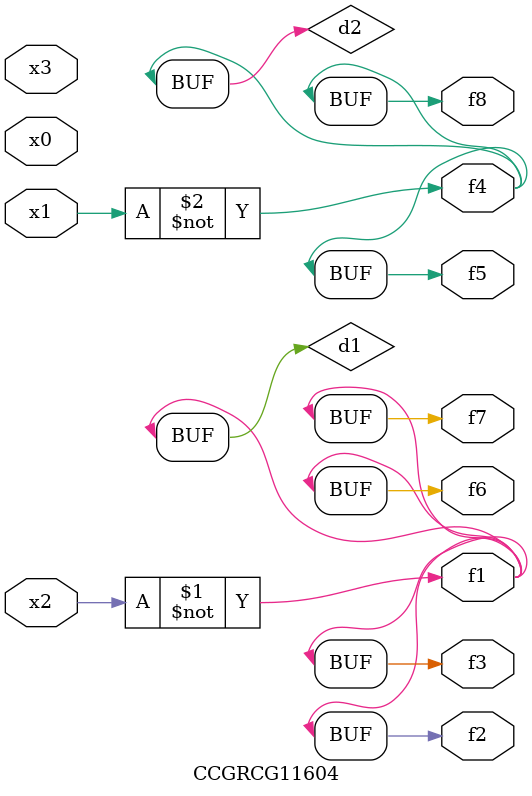
<source format=v>
module CCGRCG11604(
	input x0, x1, x2, x3,
	output f1, f2, f3, f4, f5, f6, f7, f8
);

	wire d1, d2;

	xnor (d1, x2);
	not (d2, x1);
	assign f1 = d1;
	assign f2 = d1;
	assign f3 = d1;
	assign f4 = d2;
	assign f5 = d2;
	assign f6 = d1;
	assign f7 = d1;
	assign f8 = d2;
endmodule

</source>
